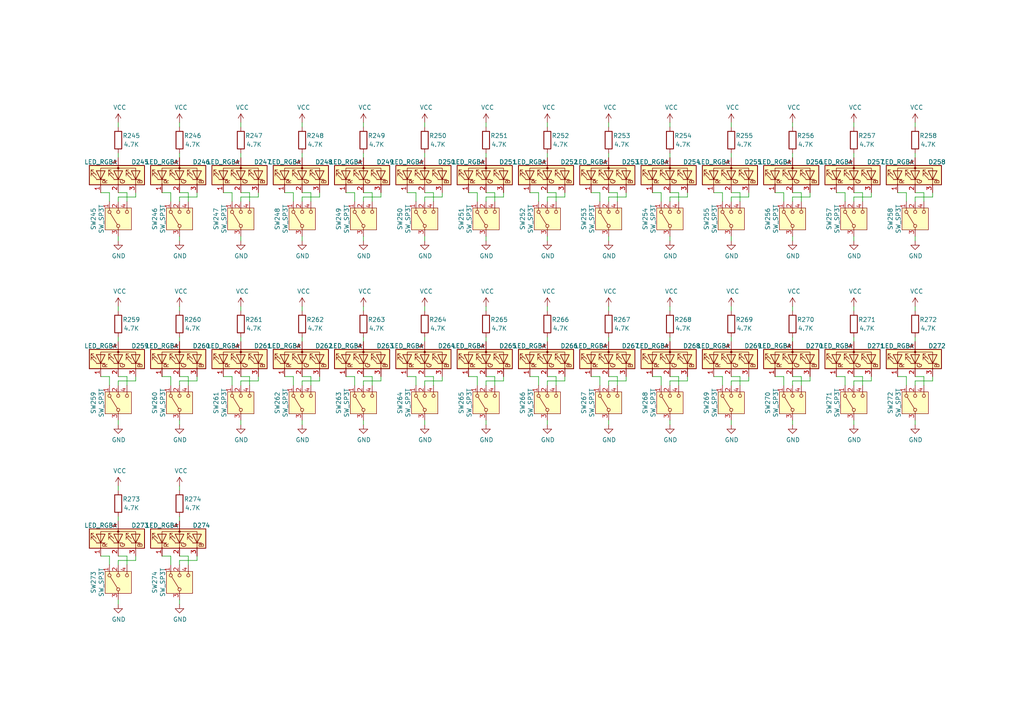
<source format=kicad_sch>
(kicad_sch (version 20231120) (generator "eeschema") (generator_version "8.0")
  (paper "A4")
  (lib_symbols
    (symbol "Device:R" (pin_numbers hide) (pin_names (offset 0))
      (property "Reference" "R" (at 2.032 0 90))
      (property "Value" "R" (at 0 0 90))
      (symbol "R_0_1"
        (rectangle (start -1.016 -2.54) (end 1.016 2.54) (stroke (width 0.254)))
      )
      (symbol "R_1_1"
        (pin passive line (at 0 3.81 270) (length 1.27) (name "~") (number "1"))
        (pin passive line (at 0 -3.81 90) (length 1.27) (name "~") (number "2"))
      )
    )
    (symbol "Switch:SW_SP3T" (pin_names (offset 0) hide)
      (property "Reference" "SW" (at 0 5.08 0))
      (property "Value" "SW_SP3T" (at 0 -5.08 0))
      (symbol "SW_SP3T_0_1"
        (circle (center -2.032 0) (radius 0.4572))
        (polyline (pts (xy -1.651 0.254) (xy 1.651 2.286)))
        (circle (center 2.032 -2.54) (radius 0.4572))
        (circle (center 2.032 0) (radius 0.4572))
        (circle (center 2.032 2.54) (radius 0.4572))
      )
      (symbol "SW_SP3T_1_1"
        (rectangle (start -3.175 3.81) (end 3.175 -3.81) (fill (type background)))
        (pin passive line (at 5.08 2.54 180) (length 2.54) (name "1") (number "1"))
        (pin passive line (at 5.08 0 180) (length 2.54) (name "2") (number "2"))
        (pin passive line (at -5.08 0 0) (length 2.54) (name "3") (number "3"))
        (pin passive line (at 5.08 -2.54 180) (length 2.54) (name "4") (number "4"))
      )
    )
    (symbol "led_rgba:LED_RGBA" (pin_names (offset 0) hide)
      (property "Reference" "D" (at 0 9.398 0))
      (property "Value" "LED_RGBA" (at 0 -8.89 0))
      (symbol "LED_RGBA_0_0"
        (text "B" (at -1.905 -6.35 0) (effects (font (size 1.27 1.27))))
        (text "G" (at -1.905 -1.27 0) (effects (font (size 1.27 1.27))))
        (text "R" (at -1.905 3.81 0) (effects (font (size 1.27 1.27))))
      )
      (symbol "LED_RGBA_0_1"
        (polyline (pts (xy -2.54 -5.08) (xy 1.27 -5.08)))
        (polyline (pts (xy -1.27 -3.81) (xy -1.27 -6.35)) (stroke (width 0.2032)))
        (polyline (pts (xy -1.27 1.27) (xy -1.27 -1.27)) (stroke (width 0.2032)))
        (polyline (pts (xy -1.27 6.35) (xy -1.27 3.81)) (stroke (width 0.2032)))
        (polyline (pts (xy 1.27 5.08) (xy -2.54 5.08)))
        (polyline (pts (xy 2.54 0) (xy -2.54 0)))
        (polyline (pts (xy 1.27 -5.08) (xy 2.032 -5.08) (xy 2.032 5.08) (xy 1.27 5.08)))
        (polyline (pts (xy 1.27 -3.81) (xy 1.27 -6.35) (xy -1.27 -5.08) (xy 1.27 -3.81)) (stroke (width 0.2032)))
        (polyline (pts (xy 1.27 1.27) (xy 1.27 -1.27) (xy -1.27 0) (xy 1.27 1.27)) (stroke (width 0.2032)))
        (polyline (pts (xy 1.27 6.35) (xy 1.27 3.81) (xy -1.27 5.08) (xy 1.27 6.35)) (stroke (width 0.2032)))
        (polyline (pts (xy -1.016 -3.81) (xy 0.508 -2.286) (xy -0.254 -2.286) (xy 0.508 -2.286) (xy 0.508 -3.048)))
        (polyline (pts (xy -1.016 1.27) (xy 0.508 2.794) (xy -0.254 2.794) (xy 0.508 2.794) (xy 0.508 2.032)))
        (polyline (pts (xy -1.016 6.35) (xy 0.508 7.874) (xy -0.254 7.874) (xy 0.508 7.874) (xy 0.508 7.112)))
        (polyline (pts (xy 0 -3.81) (xy 1.524 -2.286) (xy 0.762 -2.286) (xy 1.524 -2.286) (xy 1.524 -3.048)))
        (polyline (pts (xy 0 1.27) (xy 1.524 2.794) (xy 0.762 2.794) (xy 1.524 2.794) (xy 1.524 2.032)))
        (polyline (pts (xy 0 6.35) (xy 1.524 7.874) (xy 0.762 7.874) (xy 1.524 7.874) (xy 1.524 7.112)))
        (rectangle (start 1.27 6.35) (end 1.27 6.35))
        (circle (center 2.032 0) (radius 0.254) (fill (type outline)))
        (rectangle (start 2.794 8.382) (end -2.794 -7.62) (stroke (width 0.254)) (fill (type background)))
      )
      (symbol "LED_RGBA_1_1"
        (pin passive line (at -5.08 5.08 0) (length 2.54) (name "RK") (number "1"))
        (pin passive line (at -5.08 0 0) (length 2.54) (name "GK") (number "2"))
        (pin passive line (at -5.08 -5.08 0) (length 2.54) (name "BK") (number "3"))
        (pin passive line (at 5.08 0 180) (length 2.54) (name "A") (number "4"))
      )
    )
    (symbol "motivational board-rescue:GND-power" (power) (pin_names (offset 0))
      (property "Value" "power_GND" (at 0 -3.81 0))
      (symbol "GND-power_0_1"
        (polyline (pts (xy 0 0) (xy 0 -1.27) (xy 1.27 -1.27) (xy 0 -2.54) (xy -1.27 -1.27) (xy 0 -1.27)))
      )
      (symbol "GND-power_1_1"
        (pin power_in line (at 0 0 270) (length 0) hide (name "GND") (number "1"))
      )
    )
    (symbol "motivational board-rescue:VCC-power" (power) (pin_names (offset 0))
      (property "Value" "power_VCC" (at 0 3.81 0))
      (symbol "VCC-power_0_1"
        (polyline (pts (xy -0.762 1.27) (xy 0 2.54)))
        (polyline (pts (xy 0 0) (xy 0 2.54)))
        (polyline (pts (xy 0 2.54) (xy 0.762 1.27)))
      )
      (symbol "VCC-power_1_1"
        (pin power_in line (at 0 0 90) (length 0) hide (name "VCC") (number "1"))
      )
    )
  )
  (wire (pts (xy 110.49 110.49) (xy 110.49 109.22)))
  (wire (pts (xy 262.89 55.88) (xy 262.89 58.42)))
  (wire (pts (xy 181.61 110.49) (xy 181.61 109.22)))
  (wire (pts (xy 100.33 55.88) (xy 102.87 55.88)))
  (wire (pts (xy 34.29 45.72) (xy 34.29 44.45)))
  (wire (pts (xy 229.87 57.15) (xy 234.95 57.15)))
  (wire (pts (xy 270.51 110.49) (xy 270.51 109.22)))
  (wire (pts (xy 102.87 109.22) (xy 102.87 111.76)))
  (wire (pts (xy 46.99 109.22) (xy 49.53 109.22)))
  (wire (pts (xy 245.11 55.88) (xy 245.11 58.42)))
  (wire (pts (xy 260.35 109.22) (xy 262.89 109.22)))
  (wire (pts (xy 52.07 111.76) (xy 52.07 110.49)))
  (wire (pts (xy 242.57 55.88) (xy 245.11 55.88)))
  (wire (pts (xy 128.27 57.15) (xy 128.27 55.88)))
  (wire (pts (xy 123.19 45.72) (xy 123.19 44.45)))
  (wire (pts (xy 158.75 110.49) (xy 163.83 110.49)))
  (wire (pts (xy 82.55 109.22) (xy 85.09 109.22)))
  (wire (pts (xy 52.07 68.58) (xy 52.07 69.85)))
  (wire (pts (xy 153.67 55.88) (xy 156.21 55.88)))
  (wire (pts (xy 156.21 55.88) (xy 156.21 58.42)))
  (wire (pts (xy 36.83 111.76) (xy 36.83 109.22)))
  (wire (pts (xy 72.39 109.22) (xy 69.85 109.22)))
  (wire (pts (xy 34.29 121.92) (xy 34.29 123.19)))
  (wire (pts (xy 194.31 111.76) (xy 194.31 110.49)))
  (wire (pts (xy 49.53 109.22) (xy 49.53 111.76)))
  (wire (pts (xy 90.17 55.88) (xy 87.63 55.88)))
  (wire (pts (xy 85.09 109.22) (xy 85.09 111.76)))
  (wire (pts (xy 194.31 57.15) (xy 199.39 57.15)))
  (wire (pts (xy 69.85 121.92) (xy 69.85 123.19)))
  (wire (pts (xy 87.63 111.76) (xy 87.63 110.49)))
  (wire (pts (xy 34.29 88.9) (xy 34.29 90.17)))
  (wire (pts (xy 87.63 35.56) (xy 87.63 36.83)))
  (wire (pts (xy 52.07 162.56) (xy 57.15 162.56)))
  (wire (pts (xy 247.65 99.06) (xy 247.65 97.79)))
  (wire (pts (xy 36.83 163.83) (xy 36.83 161.29)))
  (wire (pts (xy 135.89 55.88) (xy 138.43 55.88)))
  (wire (pts (xy 57.15 57.15) (xy 57.15 55.88)))
  (wire (pts (xy 209.55 55.88) (xy 209.55 58.42)))
  (wire (pts (xy 90.17 109.22) (xy 87.63 109.22)))
  (wire (pts (xy 34.29 68.58) (xy 34.29 69.85)))
  (wire (pts (xy 176.53 88.9) (xy 176.53 90.17)))
  (wire (pts (xy 260.35 55.88) (xy 262.89 55.88)))
  (wire (pts (xy 67.31 55.88) (xy 67.31 58.42)))
  (wire (pts (xy 140.97 99.06) (xy 140.97 97.79)))
  (wire (pts (xy 52.07 45.72) (xy 52.07 44.45)))
  (wire (pts (xy 196.85 109.22) (xy 194.31 109.22)))
  (wire (pts (xy 105.41 110.49) (xy 110.49 110.49)))
  (wire (pts (xy 212.09 68.58) (xy 212.09 69.85)))
  (wire (pts (xy 247.65 35.56) (xy 247.65 36.83)))
  (wire (pts (xy 31.75 109.22) (xy 31.75 111.76)))
  (wire (pts (xy 176.53 57.15) (xy 181.61 57.15)))
  (wire (pts (xy 120.65 55.88) (xy 120.65 58.42)))
  (wire (pts (xy 209.55 109.22) (xy 209.55 111.76)))
  (wire (pts (xy 29.21 109.22) (xy 31.75 109.22)))
  (wire (pts (xy 90.17 58.42) (xy 90.17 55.88)))
  (wire (pts (xy 105.41 45.72) (xy 105.41 44.45)))
  (wire (pts (xy 173.99 55.88) (xy 173.99 58.42)))
  (wire (pts (xy 105.41 99.06) (xy 105.41 97.79)))
  (wire (pts (xy 52.07 58.42) (xy 52.07 57.15)))
  (wire (pts (xy 64.77 109.22) (xy 67.31 109.22)))
  (wire (pts (xy 64.77 55.88) (xy 67.31 55.88)))
  (wire (pts (xy 57.15 110.49) (xy 57.15 109.22)))
  (wire (pts (xy 194.31 99.06) (xy 194.31 97.79)))
  (wire (pts (xy 161.29 109.22) (xy 158.75 109.22)))
  (wire (pts (xy 72.39 55.88) (xy 69.85 55.88)))
  (wire (pts (xy 29.21 55.88) (xy 31.75 55.88)))
  (wire (pts (xy 87.63 121.92) (xy 87.63 123.19)))
  (wire (pts (xy 212.09 58.42) (xy 212.09 57.15)))
  (wire (pts (xy 247.65 45.72) (xy 247.65 44.45)))
  (wire (pts (xy 143.51 109.22) (xy 140.97 109.22)))
  (wire (pts (xy 125.73 55.88) (xy 123.19 55.88)))
  (wire (pts (xy 69.85 111.76) (xy 69.85 110.49)))
  (wire (pts (xy 105.41 111.76) (xy 105.41 110.49)))
  (wire (pts (xy 176.53 35.56) (xy 176.53 36.83)))
  (wire (pts (xy 34.29 151.13) (xy 34.29 149.86)))
  (wire (pts (xy 105.41 88.9) (xy 105.41 90.17)))
  (wire (pts (xy 123.19 121.92) (xy 123.19 123.19)))
  (wire (pts (xy 262.89 109.22) (xy 262.89 111.76)))
  (wire (pts (xy 224.79 55.88) (xy 227.33 55.88)))
  (wire (pts (xy 143.51 111.76) (xy 143.51 109.22)))
  (wire (pts (xy 227.33 109.22) (xy 227.33 111.76)))
  (wire (pts (xy 194.31 68.58) (xy 194.31 69.85)))
  (wire (pts (xy 123.19 35.56) (xy 123.19 36.83)))
  (wire (pts (xy 265.43 45.72) (xy 265.43 44.45)))
  (wire (pts (xy 52.07 110.49) (xy 57.15 110.49)))
  (wire (pts (xy 54.61 55.88) (xy 52.07 55.88)))
  (wire (pts (xy 46.99 55.88) (xy 49.53 55.88)))
  (wire (pts (xy 34.29 173.99) (xy 34.29 175.26)))
  (wire (pts (xy 265.43 110.49) (xy 270.51 110.49)))
  (wire (pts (xy 214.63 111.76) (xy 214.63 109.22)))
  (wire (pts (xy 123.19 111.76) (xy 123.19 110.49)))
  (wire (pts (xy 189.23 55.88) (xy 191.77 55.88)))
  (wire (pts (xy 247.65 58.42) (xy 247.65 57.15)))
  (wire (pts (xy 176.53 45.72) (xy 176.53 44.45)))
  (wire (pts (xy 179.07 58.42) (xy 179.07 55.88)))
  (wire (pts (xy 229.87 35.56) (xy 229.87 36.83)))
  (wire (pts (xy 163.83 57.15) (xy 163.83 55.88)))
  (wire (pts (xy 54.61 163.83) (xy 54.61 161.29)))
  (wire (pts (xy 212.09 121.92) (xy 212.09 123.19)))
  (wire (pts (xy 194.31 88.9) (xy 194.31 90.17)))
  (wire (pts (xy 229.87 68.58) (xy 229.87 69.85)))
  (wire (pts (xy 176.53 99.06) (xy 176.53 97.79)))
  (wire (pts (xy 232.41 58.42) (xy 232.41 55.88)))
  (wire (pts (xy 158.75 35.56) (xy 158.75 36.83)))
  (wire (pts (xy 250.19 55.88) (xy 247.65 55.88)))
  (wire (pts (xy 196.85 58.42) (xy 196.85 55.88)))
  (wire (pts (xy 107.95 109.22) (xy 105.41 109.22)))
  (wire (pts (xy 110.49 57.15) (xy 110.49 55.88)))
  (wire (pts (xy 140.97 68.58) (xy 140.97 69.85)))
  (wire (pts (xy 179.07 109.22) (xy 176.53 109.22)))
  (wire (pts (xy 128.27 110.49) (xy 128.27 109.22)))
  (wire (pts (xy 265.43 57.15) (xy 270.51 57.15)))
  (wire (pts (xy 212.09 45.72) (xy 212.09 44.45)))
  (wire (pts (xy 49.53 55.88) (xy 49.53 58.42)))
  (wire (pts (xy 229.87 58.42) (xy 229.87 57.15)))
  (wire (pts (xy 82.55 55.88) (xy 85.09 55.88)))
  (wire (pts (xy 138.43 109.22) (xy 138.43 111.76)))
  (wire (pts (xy 92.71 57.15) (xy 92.71 55.88)))
  (wire (pts (xy 146.05 110.49) (xy 146.05 109.22)))
  (wire (pts (xy 250.19 109.22) (xy 247.65 109.22)))
  (wire (pts (xy 52.07 121.92) (xy 52.07 123.19)))
  (wire (pts (xy 107.95 55.88) (xy 105.41 55.88)))
  (wire (pts (xy 140.97 45.72) (xy 140.97 44.45)))
  (wire (pts (xy 118.11 55.88) (xy 120.65 55.88)))
  (wire (pts (xy 49.53 161.29) (xy 49.53 163.83)))
  (wire (pts (xy 245.11 109.22) (xy 245.11 111.76)))
  (wire (pts (xy 179.07 55.88) (xy 176.53 55.88)))
  (wire (pts (xy 247.65 121.92) (xy 247.65 123.19)))
  (wire (pts (xy 125.73 109.22) (xy 123.19 109.22)))
  (wire (pts (xy 252.73 110.49) (xy 252.73 109.22)))
  (wire (pts (xy 102.87 55.88) (xy 102.87 58.42)))
  (wire (pts (xy 212.09 110.49) (xy 217.17 110.49)))
  (wire (pts (xy 31.75 55.88) (xy 31.75 58.42)))
  (wire (pts (xy 212.09 88.9) (xy 212.09 90.17)))
  (wire (pts (xy 229.87 110.49) (xy 234.95 110.49)))
  (wire (pts (xy 161.29 111.76) (xy 161.29 109.22)))
  (wire (pts (xy 176.53 110.49) (xy 181.61 110.49)))
  (wire (pts (xy 29.21 161.29) (xy 31.75 161.29)))
  (wire (pts (xy 176.53 58.42) (xy 176.53 57.15)))
  (wire (pts (xy 265.43 68.58) (xy 265.43 69.85)))
  (wire (pts (xy 214.63 58.42) (xy 214.63 55.88)))
  (wire (pts (xy 87.63 99.06) (xy 87.63 97.79)))
  (wire (pts (xy 143.51 55.88) (xy 140.97 55.88)))
  (wire (pts (xy 120.65 109.22) (xy 120.65 111.76)))
  (wire (pts (xy 69.85 99.06) (xy 69.85 97.79)))
  (wire (pts (xy 123.19 88.9) (xy 123.19 90.17)))
  (wire (pts (xy 214.63 109.22) (xy 212.09 109.22)))
  (wire (pts (xy 158.75 88.9) (xy 158.75 90.17)))
  (wire (pts (xy 199.39 57.15) (xy 199.39 55.88)))
  (wire (pts (xy 140.97 58.42) (xy 140.97 57.15)))
  (wire (pts (xy 229.87 111.76) (xy 229.87 110.49)))
  (wire (pts (xy 267.97 111.76) (xy 267.97 109.22)))
  (wire (pts (xy 52.07 163.83) (xy 52.07 162.56)))
  (wire (pts (xy 52.07 151.13) (xy 52.07 149.86)))
  (wire (pts (xy 87.63 88.9) (xy 87.63 90.17)))
  (wire (pts (xy 199.39 110.49) (xy 199.39 109.22)))
  (wire (pts (xy 161.29 58.42) (xy 161.29 55.88)))
  (wire (pts (xy 54.61 58.42) (xy 54.61 55.88)))
  (wire (pts (xy 34.29 35.56) (xy 34.29 36.83)))
  (wire (pts (xy 36.83 55.88) (xy 34.29 55.88)))
  (wire (pts (xy 242.57 109.22) (xy 245.11 109.22)))
  (wire (pts (xy 87.63 58.42) (xy 87.63 57.15)))
  (wire (pts (xy 217.17 110.49) (xy 217.17 109.22)))
  (wire (pts (xy 123.19 57.15) (xy 128.27 57.15)))
  (wire (pts (xy 158.75 121.92) (xy 158.75 123.19)))
  (wire (pts (xy 105.41 121.92) (xy 105.41 123.19)))
  (wire (pts (xy 87.63 45.72) (xy 87.63 44.45)))
  (wire (pts (xy 247.65 88.9) (xy 247.65 90.17)))
  (wire (pts (xy 229.87 99.06) (xy 229.87 97.79)))
  (wire (pts (xy 54.61 109.22) (xy 52.07 109.22)))
  (wire (pts (xy 265.43 58.42) (xy 265.43 57.15)))
  (wire (pts (xy 232.41 111.76) (xy 232.41 109.22)))
  (wire (pts (xy 229.87 121.92) (xy 229.87 123.19)))
  (wire (pts (xy 118.11 109.22) (xy 120.65 109.22)))
  (wire (pts (xy 140.97 35.56) (xy 140.97 36.83)))
  (wire (pts (xy 36.83 109.22) (xy 34.29 109.22)))
  (wire (pts (xy 212.09 57.15) (xy 217.17 57.15)))
  (wire (pts (xy 69.85 35.56) (xy 69.85 36.83)))
  (wire (pts (xy 189.23 109.22) (xy 191.77 109.22)))
  (wire (pts (xy 105.41 68.58) (xy 105.41 69.85)))
  (wire (pts (xy 158.75 58.42) (xy 158.75 57.15)))
  (wire (pts (xy 265.43 35.56) (xy 265.43 36.83)))
  (wire (pts (xy 234.95 110.49) (xy 234.95 109.22)))
  (wire (pts (xy 31.75 161.29) (xy 31.75 163.83)))
  (wire (pts (xy 69.85 45.72) (xy 69.85 44.45)))
  (wire (pts (xy 69.85 68.58) (xy 69.85 69.85)))
  (wire (pts (xy 158.75 68.58) (xy 158.75 69.85)))
  (wire (pts (xy 69.85 88.9) (xy 69.85 90.17)))
  (wire (pts (xy 105.41 35.56) (xy 105.41 36.83)))
  (wire (pts (xy 140.97 110.49) (xy 146.05 110.49)))
  (wire (pts (xy 107.95 111.76) (xy 107.95 109.22)))
  (wire (pts (xy 267.97 55.88) (xy 265.43 55.88)))
  (wire (pts (xy 57.15 162.56) (xy 57.15 161.29)))
  (wire (pts (xy 171.45 55.88) (xy 173.99 55.88)))
  (wire (pts (xy 196.85 111.76) (xy 196.85 109.22)))
  (wire (pts (xy 140.97 121.92) (xy 140.97 123.19)))
  (wire (pts (xy 34.29 111.76) (xy 34.29 110.49)))
  (wire (pts (xy 125.73 111.76) (xy 125.73 109.22)))
  (wire (pts (xy 232.41 109.22) (xy 229.87 109.22)))
  (wire (pts (xy 146.05 57.15) (xy 146.05 55.88)))
  (wire (pts (xy 72.39 58.42) (xy 72.39 55.88)))
  (wire (pts (xy 123.19 99.06) (xy 123.19 97.79)))
  (wire (pts (xy 232.41 55.88) (xy 229.87 55.88)))
  (wire (pts (xy 34.29 162.56) (xy 39.37 162.56)))
  (wire (pts (xy 123.19 110.49) (xy 128.27 110.49)))
  (wire (pts (xy 207.01 55.88) (xy 209.55 55.88)))
  (wire (pts (xy 247.65 110.49) (xy 252.73 110.49)))
  (wire (pts (xy 191.77 109.22) (xy 191.77 111.76)))
  (wire (pts (xy 191.77 55.88) (xy 191.77 58.42)))
  (wire (pts (xy 229.87 88.9) (xy 229.87 90.17)))
  (wire (pts (xy 265.43 121.92) (xy 265.43 123.19)))
  (wire (pts (xy 247.65 111.76) (xy 247.65 110.49)))
  (wire (pts (xy 265.43 99.06) (xy 265.43 97.79)))
  (wire (pts (xy 87.63 68.58) (xy 87.63 69.85)))
  (wire (pts (xy 176.53 121.92) (xy 176.53 123.19)))
  (wire (pts (xy 158.75 57.15) (xy 163.83 57.15)))
  (wire (pts (xy 52.07 173.99) (xy 52.07 175.26)))
  (wire (pts (xy 156.21 109.22) (xy 156.21 111.76)))
  (wire (pts (xy 74.93 57.15) (xy 74.93 55.88)))
  (wire (pts (xy 176.53 111.76) (xy 176.53 110.49)))
  (wire (pts (xy 39.37 110.49) (xy 39.37 109.22)))
  (wire (pts (xy 54.61 161.29) (xy 52.07 161.29)))
  (wire (pts (xy 163.83 110.49) (xy 163.83 109.22)))
  (wire (pts (xy 173.99 109.22) (xy 173.99 111.76)))
  (wire (pts (xy 179.07 111.76) (xy 179.07 109.22)))
  (wire (pts (xy 270.51 57.15) (xy 270.51 55.88)))
  (wire (pts (xy 39.37 162.56) (xy 39.37 161.29)))
  (wire (pts (xy 69.85 58.42) (xy 69.85 57.15)))
  (wire (pts (xy 123.19 58.42) (xy 123.19 57.15)))
  (wire (pts (xy 267.97 109.22) (xy 265.43 109.22)))
  (wire (pts (xy 171.45 109.22) (xy 173.99 109.22)))
  (wire (pts (xy 52.07 35.56) (xy 52.07 36.83)))
  (wire (pts (xy 140.97 111.76) (xy 140.97 110.49)))
  (wire (pts (xy 36.83 58.42) (xy 36.83 55.88)))
  (wire (pts (xy 52.07 88.9) (xy 52.07 90.17)))
  (wire (pts (xy 72.39 111.76) (xy 72.39 109.22)))
  (wire (pts (xy 158.75 111.76) (xy 158.75 110.49)))
  (wire (pts (xy 267.97 58.42) (xy 267.97 55.88)))
  (wire (pts (xy 85.09 55.88) (xy 85.09 58.42)))
  (wire (pts (xy 194.31 45.72) (xy 194.31 44.45)))
  (wire (pts (xy 194.31 110.49) (xy 199.39 110.49)))
  (wire (pts (xy 105.41 57.15) (xy 110.49 57.15)))
  (wire (pts (xy 158.75 45.72) (xy 158.75 44.45)))
  (wire (pts (xy 212.09 99.06) (xy 212.09 97.79)))
  (wire (pts (xy 87.63 57.15) (xy 92.71 57.15)))
  (wire (pts (xy 34.29 163.83) (xy 34.29 162.56)))
  (wire (pts (xy 34.29 58.42) (xy 34.29 57.15)))
  (wire (pts (xy 196.85 55.88) (xy 194.31 55.88)))
  (wire (pts (xy 34.29 140.97) (xy 34.29 142.24)))
  (wire (pts (xy 217.17 57.15) (xy 217.17 55.88)))
  (wire (pts (xy 227.33 55.88) (xy 227.33 58.42)))
  (wire (pts (xy 250.19 58.42) (xy 250.19 55.88)))
  (wire (pts (xy 143.51 58.42) (xy 143.51 55.88)))
  (wire (pts (xy 69.85 57.15) (xy 74.93 57.15)))
  (wire (pts (xy 52.07 140.97) (xy 52.07 142.24)))
  (wire (pts (xy 69.85 110.49) (xy 74.93 110.49)))
  (wire (pts (xy 34.29 110.49) (xy 39.37 110.49)))
  (wire (pts (xy 214.63 55.88) (xy 212.09 55.88)))
  (wire (pts (xy 36.83 161.29) (xy 34.29 161.29)))
  (wire (pts (xy 224.79 109.22) (xy 227.33 109.22)))
  (wire (pts (xy 252.73 57.15) (xy 252.73 55.88)))
  (wire (pts (xy 161.29 55.88) (xy 158.75 55.88)))
  (wire (pts (xy 194.31 58.42) (xy 194.31 57.15)))
  (wire (pts (xy 176.53 68.58) (xy 176.53 69.85)))
  (wire (pts (xy 123.19 68.58) (xy 123.19 69.85)))
  (wire (pts (xy 140.97 88.9) (xy 140.97 90.17)))
  (wire (pts (xy 54.61 111.76) (xy 54.61 109.22)))
  (wire (pts (xy 207.01 109.22) (xy 209.55 109.22)))
  (wire (pts (xy 247.65 57.15) (xy 252.73 57.15)))
  (wire (pts (xy 52.07 57.15) (xy 57.15 57.15)))
  (wire (pts (xy 234.95 57.15) (xy 234.95 55.88)))
  (wire (pts (xy 181.61 57.15) (xy 181.61 55.88)))
  (wire (pts (xy 153.67 109.22) (xy 156.21 109.22)))
  (wire (pts (xy 92.71 110.49) (xy 92.71 109.22)))
  (wire (pts (xy 135.89 109.22) (xy 138.43 109.22)))
  (wire (pts (xy 90.17 111.76) (xy 90.17 109.22)))
  (wire (pts (xy 34.29 99.06) (xy 34.29 97.79)))
  (wire (pts (xy 67.31 109.22) (xy 67.31 111.76)))
  (wire (pts (xy 125.73 58.42) (xy 125.73 55.88)))
  (wire (pts (xy 74.93 110.49) (xy 74.93 109.22)))
  (wire (pts (xy 247.65 68.58) (xy 247.65 69.85)))
  (wire (pts (xy 107.95 58.42) (xy 107.95 55.88)))
  (wire (pts (xy 212.09 35.56) (xy 212.09 36.83)))
  (wire (pts (xy 39.37 57.15) (xy 39.37 55.88)))
  (wire (pts (xy 250.19 111.76) (xy 250.19 109.22)))
  (wire (pts (xy 87.63 110.49) (xy 92.71 110.49)))
  (wire (pts (xy 46.99 161.29) (xy 49.53 161.29)))
  (wire (pts (xy 194.31 121.92) (xy 194.31 123.19)))
  (wire (pts (xy 140.97 57.15) (xy 146.05 57.15)))
  (wire (pts (xy 100.33 109.22) (xy 102.87 109.22)))
  (wire (pts (xy 194.31 35.56) (xy 194.31 36.83)))
  (wire (pts (xy 212.09 111.76) (xy 212.09 110.49)))
  (wire (pts (xy 158.75 99.06) (xy 158.75 97.79)))
  (wire (pts (xy 34.29 57.15) (xy 39.37 57.15)))
  (wire (pts (xy 52.07 99.06) (xy 52.07 97.79)))
  (wire (pts (xy 138.43 55.88) (xy 138.43 58.42)))
  (wire (pts (xy 229.87 45.72) (xy 229.87 44.45)))
  (wire (pts (xy 265.43 111.76) (xy 265.43 110.49)))
  (wire (pts (xy 265.43 88.9) (xy 265.43 90.17)))
  (wire (pts (xy 105.41 58.42) (xy 105.41 57.15)))
  (symbol (lib_id "motivational board-rescue:GND-power") (at 34.29 69.85 0) (unit 1)
    (property "Reference" "#PWR0505" (effects (hide yes)))
    (property "Value" "GND" (at 34.417 74.2442 0))
  )
  (symbol (lib_id "motivational board-rescue:VCC-power") (at 52.07 35.56 0) (unit 1)
    (property "Reference" "#PWR0492" (effects (hide yes)))
    (property "Value" "VCC" (at 52.5018 31.1658 0))
  )
  (symbol (lib_id "led_rgba:LED_RGBA") (at 87.63 50.8 90) (unit 1)
    (property "Reference" "D248" (at 93.98 46.99 90))
    (property "Value" "LED_RGBA" (at 82.55 46.99 90))
    (property "Footprint" "LED_SMD-extra:LED_RGB_3528" (effects (hide yes)))
  )
  (symbol (lib_id "motivational board-rescue:GND-power") (at 140.97 69.85 0) (unit 1)
    (property "Reference" "#PWR0511" (effects (hide yes)))
    (property "Value" "GND" (at 141.097 74.2442 0))
  )
  (symbol (lib_id "Switch:SW_SP3T") (at 176.53 63.5 90) (unit 1)
    (property "Reference" "SW253" (at 169.3418 63.5 0))
    (property "Value" "SW_SP3T" (at 171.6532 63.5 0))
    (property "Footprint" "Button_Switch_THT-extra:SS13D07G4" (effects (hide yes)))
  )
  (symbol (lib_id "Device:R") (at 212.09 40.64 0) (unit 1)
    (property "Reference" "R255" (at 215.9 39.37 0))
    (property "Value" "4.7K" (at 215.9 41.91 0))
    (property "Footprint" "Resistors_SMD:R_0805_HandSoldering" (effects (hide yes)))
  )
  (symbol (lib_id "motivational board-rescue:GND-power") (at 229.87 69.85 0) (unit 1)
    (property "Reference" "#PWR0516" (effects (hide yes)))
    (property "Value" "GND" (at 229.997 74.2442 0))
  )
  (symbol (lib_id "Device:R") (at 52.07 93.98 0) (unit 1)
    (property "Reference" "R260" (at 55.88 92.71 0))
    (property "Value" "4.7K" (at 55.88 95.25 0))
    (property "Footprint" "Resistors_SMD:R_0805_HandSoldering" (effects (hide yes)))
  )
  (symbol (lib_id "motivational board-rescue:VCC-power") (at 105.41 88.9 0) (unit 1)
    (property "Reference" "#PWR0523" (effects (hide yes)))
    (property "Value" "VCC" (at 105.8418 84.5058 0))
  )
  (symbol (lib_id "Switch:SW_SP3T") (at 123.19 116.84 90) (unit 1)
    (property "Reference" "SW264" (at 116.0018 116.84 0))
    (property "Value" "SW_SP3T" (at 118.3132 116.84 0))
    (property "Footprint" "Button_Switch_THT-extra:SS13D07G4" (effects (hide yes)))
  )
  (symbol (lib_id "led_rgba:LED_RGBA") (at 194.31 104.14 90) (unit 1)
    (property "Reference" "D268" (at 200.66 100.33 90))
    (property "Value" "LED_RGBA" (at 189.23 100.33 90))
    (property "Footprint" "LED_SMD-extra:LED_RGB_3528" (effects (hide yes)))
  )
  (symbol (lib_id "Device:R") (at 194.31 93.98 0) (unit 1)
    (property "Reference" "R268" (at 198.12 92.71 0))
    (property "Value" "4.7K" (at 198.12 95.25 0))
    (property "Footprint" "Resistors_SMD:R_0805_HandSoldering" (effects (hide yes)))
  )
  (symbol (lib_id "Switch:SW_SP3T") (at 52.07 168.91 90) (unit 1)
    (property "Reference" "SW274" (at 44.8818 168.91 0))
    (property "Value" "SW_SP3T" (at 47.1932 168.91 0))
    (property "Footprint" "Button_Switch_THT-extra:SS13D07G4" (effects (hide yes)))
  )
  (symbol (lib_id "Switch:SW_SP3T") (at 34.29 63.5 90) (unit 1)
    (property "Reference" "SW245" (at 27.1018 63.5 0))
    (property "Value" "SW_SP3T" (at 29.4132 63.5 0))
    (property "Footprint" "Button_Switch_THT-extra:SS13D07G4" (effects (hide yes)))
  )
  (symbol (lib_id "led_rgba:LED_RGBA") (at 34.29 50.8 90) (unit 1)
    (property "Reference" "D245" (at 40.64 46.99 90))
    (property "Value" "LED_RGBA" (at 29.21 46.99 90))
    (property "Footprint" "LED_SMD-extra:LED_RGB_3528" (effects (hide yes)))
  )
  (symbol (lib_id "Device:R") (at 34.29 40.64 0) (unit 1)
    (property "Reference" "R245" (at 38.1 39.37 0))
    (property "Value" "4.7K" (at 38.1 41.91 0))
    (property "Footprint" "Resistors_SMD:R_0805_HandSoldering" (effects (hide yes)))
  )
  (symbol (lib_id "motivational board-rescue:VCC-power") (at 34.29 35.56 0) (unit 1)
    (property "Reference" "#PWR0491" (effects (hide yes)))
    (property "Value" "VCC" (at 34.7218 31.1658 0))
  )
  (symbol (lib_id "Switch:SW_SP3T") (at 52.07 63.5 90) (unit 1)
    (property "Reference" "SW246" (at 44.8818 63.5 0))
    (property "Value" "SW_SP3T" (at 47.1932 63.5 0))
    (property "Footprint" "Button_Switch_THT-extra:SS13D07G4" (effects (hide yes)))
  )
  (symbol (lib_id "led_rgba:LED_RGBA") (at 52.07 50.8 90) (unit 1)
    (property "Reference" "D246" (at 58.42 46.99 90))
    (property "Value" "LED_RGBA" (at 46.99 46.99 90))
    (property "Footprint" "LED_SMD-extra:LED_RGB_3528" (effects (hide yes)))
  )
  (symbol (lib_id "Device:R") (at 52.07 40.64 0) (unit 1)
    (property "Reference" "R246" (at 55.88 39.37 0))
    (property "Value" "4.7K" (at 55.88 41.91 0))
    (property "Footprint" "Resistors_SMD:R_0805_HandSoldering" (effects (hide yes)))
  )
  (symbol (lib_id "motivational board-rescue:GND-power") (at 52.07 69.85 0) (unit 1)
    (property "Reference" "#PWR0506" (effects (hide yes)))
    (property "Value" "GND" (at 52.197 74.2442 0))
  )
  (symbol (lib_id "Switch:SW_SP3T") (at 69.85 63.5 90) (unit 1)
    (property "Reference" "SW247" (at 62.6618 63.5 0))
    (property "Value" "SW_SP3T" (at 64.9732 63.5 0))
    (property "Footprint" "Button_Switch_THT-extra:SS13D07G4" (effects (hide yes)))
  )
  (symbol (lib_id "led_rgba:LED_RGBA") (at 69.85 50.8 90) (unit 1)
    (property "Reference" "D247" (at 76.2 46.99 90))
    (property "Value" "LED_RGBA" (at 64.77 46.99 90))
    (property "Footprint" "LED_SMD-extra:LED_RGB_3528" (effects (hide yes)))
  )
  (symbol (lib_id "Device:R") (at 69.85 40.64 0) (unit 1)
    (property "Reference" "R247" (at 73.66 39.37 0))
    (property "Value" "4.7K" (at 73.66 41.91 0))
    (property "Footprint" "Resistors_SMD:R_0805_HandSoldering" (effects (hide yes)))
  )
  (symbol (lib_id "motivational board-rescue:VCC-power") (at 69.85 35.56 0) (unit 1)
    (property "Reference" "#PWR0493" (effects (hide yes)))
    (property "Value" "VCC" (at 70.2818 31.1658 0))
  )
  (symbol (lib_id "motivational board-rescue:GND-power") (at 69.85 69.85 0) (unit 1)
    (property "Reference" "#PWR0507" (effects (hide yes)))
    (property "Value" "GND" (at 69.977 74.2442 0))
  )
  (symbol (lib_id "Switch:SW_SP3T") (at 87.63 63.5 90) (unit 1)
    (property "Reference" "SW248" (at 80.4418 63.5 0))
    (property "Value" "SW_SP3T" (at 82.7532 63.5 0))
    (property "Footprint" "Button_Switch_THT-extra:SS13D07G4" (effects (hide yes)))
  )
  (symbol (lib_id "Device:R") (at 87.63 40.64 0) (unit 1)
    (property "Reference" "R248" (at 91.44 39.37 0))
    (property "Value" "4.7K" (at 91.44 41.91 0))
    (property "Footprint" "Resistors_SMD:R_0805_HandSoldering" (effects (hide yes)))
  )
  (symbol (lib_id "motivational board-rescue:VCC-power") (at 87.63 35.56 0) (unit 1)
    (property "Reference" "#PWR0494" (effects (hide yes)))
    (property "Value" "VCC" (at 88.0618 31.1658 0))
  )
  (symbol (lib_id "motivational board-rescue:GND-power") (at 87.63 69.85 0) (unit 1)
    (property "Reference" "#PWR0508" (effects (hide yes)))
    (property "Value" "GND" (at 87.757 74.2442 0))
  )
  (symbol (lib_id "Switch:SW_SP3T") (at 105.41 63.5 90) (unit 1)
    (property "Reference" "SW249" (at 98.2218 63.5 0))
    (property "Value" "SW_SP3T" (at 100.5332 63.5 0))
    (property "Footprint" "Button_Switch_THT-extra:SS13D07G4" (effects (hide yes)))
  )
  (symbol (lib_id "led_rgba:LED_RGBA") (at 105.41 50.8 90) (unit 1)
    (property "Reference" "D249" (at 111.76 46.99 90))
    (property "Value" "LED_RGBA" (at 100.33 46.99 90))
    (property "Footprint" "LED_SMD-extra:LED_RGB_3528" (effects (hide yes)))
  )
  (symbol (lib_id "Device:R") (at 105.41 40.64 0) (unit 1)
    (property "Reference" "R249" (at 109.22 39.37 0))
    (property "Value" "4.7K" (at 109.22 41.91 0))
    (property "Footprint" "Resistors_SMD:R_0805_HandSoldering" (effects (hide yes)))
  )
  (symbol (lib_id "motivational board-rescue:VCC-power") (at 105.41 35.56 0) (unit 1)
    (property "Reference" "#PWR0495" (effects (hide yes)))
    (property "Value" "VCC" (at 105.8418 31.1658 0))
  )
  (symbol (lib_id "motivational board-rescue:GND-power") (at 105.41 69.85 0) (unit 1)
    (property "Reference" "#PWR0509" (effects (hide yes)))
    (property "Value" "GND" (at 105.537 74.2442 0))
  )
  (symbol (lib_id "Switch:SW_SP3T") (at 123.19 63.5 90) (unit 1)
    (property "Reference" "SW250" (at 116.0018 63.5 0))
    (property "Value" "SW_SP3T" (at 118.3132 63.5 0))
    (property "Footprint" "Button_Switch_THT-extra:SS13D07G4" (effects (hide yes)))
  )
  (symbol (lib_id "led_rgba:LED_RGBA") (at 123.19 50.8 90) (unit 1)
    (property "Reference" "D250" (at 129.54 46.99 90))
    (property "Value" "LED_RGBA" (at 118.11 46.99 90))
    (property "Footprint" "LED_SMD-extra:LED_RGB_3528" (effects (hide yes)))
  )
  (symbol (lib_id "Device:R") (at 123.19 40.64 0) (unit 1)
    (property "Reference" "R250" (at 127 39.37 0))
    (property "Value" "4.7K" (at 127 41.91 0))
    (property "Footprint" "Resistors_SMD:R_0805_HandSoldering" (effects (hide yes)))
  )
  (symbol (lib_id "motivational board-rescue:VCC-power") (at 123.19 35.56 0) (unit 1)
    (property "Reference" "#PWR0496" (effects (hide yes)))
    (property "Value" "VCC" (at 123.6218 31.1658 0))
  )
  (symbol (lib_id "motivational board-rescue:GND-power") (at 123.19 69.85 0) (unit 1)
    (property "Reference" "#PWR0510" (effects (hide yes)))
    (property "Value" "GND" (at 123.317 74.2442 0))
  )
  (symbol (lib_id "Switch:SW_SP3T") (at 140.97 63.5 90) (unit 1)
    (property "Reference" "SW251" (at 133.7818 63.5 0))
    (property "Value" "SW_SP3T" (at 136.0932 63.5 0))
    (property "Footprint" "Button_Switch_THT-extra:SS13D07G4" (effects (hide yes)))
  )
  (symbol (lib_id "led_rgba:LED_RGBA") (at 140.97 50.8 90) (unit 1)
    (property "Reference" "D251" (at 147.32 46.99 90))
    (property "Value" "LED_RGBA" (at 135.89 46.99 90))
    (property "Footprint" "LED_SMD-extra:LED_RGB_3528" (effects (hide yes)))
  )
  (symbol (lib_id "Device:R") (at 140.97 40.64 0) (unit 1)
    (property "Reference" "R251" (at 144.78 39.37 0))
    (property "Value" "4.7K" (at 144.78 41.91 0))
    (property "Footprint" "Resistors_SMD:R_0805_HandSoldering" (effects (hide yes)))
  )
  (symbol (lib_id "motivational board-rescue:VCC-power") (at 140.97 35.56 0) (unit 1)
    (property "Reference" "#PWR0497" (effects (hide yes)))
    (property "Value" "VCC" (at 141.4018 31.1658 0))
  )
  (symbol (lib_id "Switch:SW_SP3T") (at 158.75 63.5 90) (unit 1)
    (property "Reference" "SW252" (at 151.5618 63.5 0))
    (property "Value" "SW_SP3T" (at 153.8732 63.5 0))
    (property "Footprint" "Button_Switch_THT-extra:SS13D07G4" (effects (hide yes)))
  )
  (symbol (lib_id "led_rgba:LED_RGBA") (at 158.75 50.8 90) (unit 1)
    (property "Reference" "D252" (at 165.1 46.99 90))
    (property "Value" "LED_RGBA" (at 153.67 46.99 90))
    (property "Footprint" "LED_SMD-extra:LED_RGB_3528" (effects (hide yes)))
  )
  (symbol (lib_id "Device:R") (at 158.75 40.64 0) (unit 1)
    (property "Reference" "R252" (at 162.56 39.37 0))
    (property "Value" "4.7K" (at 162.56 41.91 0))
    (property "Footprint" "Resistors_SMD:R_0805_HandSoldering" (effects (hide yes)))
  )
  (symbol (lib_id "motivational board-rescue:VCC-power") (at 158.75 35.56 0) (unit 1)
    (property "Reference" "#PWR0498" (effects (hide yes)))
    (property "Value" "VCC" (at 159.1818 31.1658 0))
  )
  (symbol (lib_id "motivational board-rescue:GND-power") (at 158.75 69.85 0) (unit 1)
    (property "Reference" "#PWR0512" (effects (hide yes)))
    (property "Value" "GND" (at 158.877 74.2442 0))
  )
  (symbol (lib_id "led_rgba:LED_RGBA") (at 176.53 50.8 90) (unit 1)
    (property "Reference" "D253" (at 182.88 46.99 90))
    (property "Value" "LED_RGBA" (at 171.45 46.99 90))
    (property "Footprint" "LED_SMD-extra:LED_RGB_3528" (effects (hide yes)))
  )
  (symbol (lib_id "Device:R") (at 176.53 40.64 0) (unit 1)
    (property "Reference" "R253" (at 180.34 39.37 0))
    (property "Value" "4.7K" (at 180.34 41.91 0))
    (property "Footprint" "Resistors_SMD:R_0805_HandSoldering" (effects (hide yes)))
  )
  (symbol (lib_id "motivational board-rescue:VCC-power") (at 176.53 35.56 0) (unit 1)
    (property "Reference" "#PWR0499" (effects (hide yes)))
    (property "Value" "VCC" (at 176.9618 31.1658 0))
  )
  (symbol (lib_id "motivational board-rescue:GND-power") (at 176.53 69.85 0) (unit 1)
    (property "Reference" "#PWR0513" (effects (hide yes)))
    (property "Value" "GND" (at 176.657 74.2442 0))
  )
  (symbol (lib_id "Switch:SW_SP3T") (at 194.31 63.5 90) (unit 1)
    (property "Reference" "SW254" (at 187.1218 63.5 0))
    (property "Value" "SW_SP3T" (at 189.4332 63.5 0))
    (property "Footprint" "Button_Switch_THT-extra:SS13D07G4" (effects (hide yes)))
  )
  (symbol (lib_id "led_rgba:LED_RGBA") (at 194.31 50.8 90) (unit 1)
    (property "Reference" "D254" (at 200.66 46.99 90))
    (property "Value" "LED_RGBA" (at 189.23 46.99 90))
    (property "Footprint" "LED_SMD-extra:LED_RGB_3528" (effects (hide yes)))
  )
  (symbol (lib_id "Device:R") (at 194.31 40.64 0) (unit 1)
    (property "Reference" "R254" (at 198.12 39.37 0))
    (property "Value" "4.7K" (at 198.12 41.91 0))
    (property "Footprint" "Resistors_SMD:R_0805_HandSoldering" (effects (hide yes)))
  )
  (symbol (lib_id "motivational board-rescue:VCC-power") (at 194.31 35.56 0) (unit 1)
    (property "Reference" "#PWR0500" (effects (hide yes)))
    (property "Value" "VCC" (at 194.7418 31.1658 0))
  )
  (symbol (lib_id "motivational board-rescue:GND-power") (at 194.31 69.85 0) (unit 1)
    (property "Reference" "#PWR0514" (effects (hide yes)))
    (property "Value" "GND" (at 194.437 74.2442 0))
  )
  (symbol (lib_id "Switch:SW_SP3T") (at 212.09 63.5 90) (unit 1)
    (property "Reference" "SW255" (at 204.9018 63.5 0))
    (property "Value" "SW_SP3T" (at 207.2132 63.5 0))
    (property "Footprint" "Button_Switch_THT-extra:SS13D07G4" (effects (hide yes)))
  )
  (symbol (lib_id "led_rgba:LED_RGBA") (at 212.09 50.8 90) (unit 1)
    (property "Reference" "D255" (at 218.44 46.99 90))
    (property "Value" "LED_RGBA" (at 207.01 46.99 90))
    (property "Footprint" "LED_SMD-extra:LED_RGB_3528" (effects (hide yes)))
  )
  (symbol (lib_id "motivational board-rescue:VCC-power") (at 212.09 35.56 0) (unit 1)
    (property "Reference" "#PWR0501" (effects (hide yes)))
    (property "Value" "VCC" (at 212.5218 31.1658 0))
  )
  (symbol (lib_id "motivational board-rescue:GND-power") (at 212.09 69.85 0) (unit 1)
    (property "Reference" "#PWR0515" (effects (hide yes)))
    (property "Value" "GND" (at 212.217 74.2442 0))
  )
  (symbol (lib_id "Switch:SW_SP3T") (at 229.87 63.5 90) (unit 1)
    (property "Reference" "SW256" (at 222.6818 63.5 0))
    (property "Value" "SW_SP3T" (at 224.9932 63.5 0))
    (property "Footprint" "Button_Switch_THT-extra:SS13D07G4" (effects (hide yes)))
  )
  (symbol (lib_id "led_rgba:LED_RGBA") (at 229.87 50.8 90) (unit 1)
    (property "Reference" "D256" (at 236.22 46.99 90))
    (property "Value" "LED_RGBA" (at 224.79 46.99 90))
    (property "Footprint" "LED_SMD-extra:LED_RGB_3528" (effects (hide yes)))
  )
  (symbol (lib_id "Device:R") (at 229.87 40.64 0) (unit 1)
    (property "Reference" "R256" (at 233.68 39.37 0))
    (property "Value" "4.7K" (at 233.68 41.91 0))
    (property "Footprint" "Resistors_SMD:R_0805_HandSoldering" (effects (hide yes)))
  )
  (symbol (lib_id "motivational board-rescue:VCC-power") (at 229.87 35.56 0) (unit 1)
    (property "Reference" "#PWR0502" (effects (hide yes)))
    (property "Value" "VCC" (at 230.3018 31.1658 0))
  )
  (symbol (lib_id "Switch:SW_SP3T") (at 247.65 63.5 90) (unit 1)
    (property "Reference" "SW257" (at 240.4618 63.5 0))
    (property "Value" "SW_SP3T" (at 242.7732 63.5 0))
    (property "Footprint" "Button_Switch_THT-extra:SS13D07G4" (effects (hide yes)))
  )
  (symbol (lib_id "led_rgba:LED_RGBA") (at 247.65 50.8 90) (unit 1)
    (property "Reference" "D257" (at 254 46.99 90))
    (property "Value" "LED_RGBA" (at 242.57 46.99 90))
    (property "Footprint" "LED_SMD-extra:LED_RGB_3528" (effects (hide yes)))
  )
  (symbol (lib_id "Device:R") (at 247.65 40.64 0) (unit 1)
    (property "Reference" "R257" (at 251.46 39.37 0))
    (property "Value" "4.7K" (at 251.46 41.91 0))
    (property "Footprint" "Resistors_SMD:R_0805_HandSoldering" (effects (hide yes)))
  )
  (symbol (lib_id "motivational board-rescue:VCC-power") (at 247.65 35.56 0) (unit 1)
    (property "Reference" "#PWR0503" (effects (hide yes)))
    (property "Value" "VCC" (at 248.0818 31.1658 0))
  )
  (symbol (lib_id "motivational board-rescue:GND-power") (at 247.65 69.85 0) (unit 1)
    (property "Reference" "#PWR0517" (effects (hide yes)))
    (property "Value" "GND" (at 247.777 74.2442 0))
  )
  (symbol (lib_id "Switch:SW_SP3T") (at 265.43 63.5 90) (unit 1)
    (property "Reference" "SW258" (at 258.2418 63.5 0))
    (property "Value" "SW_SP3T" (at 260.5532 63.5 0))
    (property "Footprint" "Button_Switch_THT-extra:SS13D07G4" (effects (hide yes)))
  )
  (symbol (lib_id "led_rgba:LED_RGBA") (at 265.43 50.8 90) (unit 1)
    (property "Reference" "D258" (at 271.78 46.99 90))
    (property "Value" "LED_RGBA" (at 260.35 46.99 90))
    (property "Footprint" "LED_SMD-extra:LED_RGB_3528" (effects (hide yes)))
  )
  (symbol (lib_id "Device:R") (at 265.43 40.64 0) (unit 1)
    (property "Reference" "R258" (at 269.24 39.37 0))
    (property "Value" "4.7K" (at 269.24 41.91 0))
    (property "Footprint" "Resistors_SMD:R_0805_HandSoldering" (effects (hide yes)))
  )
  (symbol (lib_id "motivational board-rescue:VCC-power") (at 265.43 35.56 0) (unit 1)
    (property "Reference" "#PWR0504" (effects (hide yes)))
    (property "Value" "VCC" (at 265.8618 31.1658 0))
  )
  (symbol (lib_id "motivational board-rescue:GND-power") (at 265.43 69.85 0) (unit 1)
    (property "Reference" "#PWR0518" (effects (hide yes)))
    (property "Value" "GND" (at 265.557 74.2442 0))
  )
  (symbol (lib_id "Switch:SW_SP3T") (at 34.29 116.84 90) (unit 1)
    (property "Reference" "SW259" (at 27.1018 116.84 0))
    (property "Value" "SW_SP3T" (at 29.4132 116.84 0))
    (property "Footprint" "Button_Switch_THT-extra:SS13D07G4" (effects (hide yes)))
  )
  (symbol (lib_id "led_rgba:LED_RGBA") (at 34.29 104.14 90) (unit 1)
    (property "Reference" "D259" (at 40.64 100.33 90))
    (property "Value" "LED_RGBA" (at 29.21 100.33 90))
    (property "Footprint" "LED_SMD-extra:LED_RGB_3528" (effects (hide yes)))
  )
  (symbol (lib_id "Device:R") (at 34.29 93.98 0) (unit 1)
    (property "Reference" "R259" (at 38.1 92.71 0))
    (property "Value" "4.7K" (at 38.1 95.25 0))
    (property "Footprint" "Resistors_SMD:R_0805_HandSoldering" (effects (hide yes)))
  )
  (symbol (lib_id "motivational board-rescue:VCC-power") (at 34.29 88.9 0) (unit 1)
    (property "Reference" "#PWR0519" (effects (hide yes)))
    (property "Value" "VCC" (at 34.7218 84.5058 0))
  )
  (symbol (lib_id "motivational board-rescue:GND-power") (at 34.29 123.19 0) (unit 1)
    (property "Reference" "#PWR0533" (effects (hide yes)))
    (property "Value" "GND" (at 34.417 127.5842 0))
  )
  (symbol (lib_id "Switch:SW_SP3T") (at 52.07 116.84 90) (unit 1)
    (property "Reference" "SW260" (at 44.8818 116.84 0))
    (property "Value" "SW_SP3T" (at 47.1932 116.84 0))
    (property "Footprint" "Button_Switch_THT-extra:SS13D07G4" (effects (hide yes)))
  )
  (symbol (lib_id "led_rgba:LED_RGBA") (at 52.07 104.14 90) (unit 1)
    (property "Reference" "D260" (at 58.42 100.33 90))
    (property "Value" "LED_RGBA" (at 46.99 100.33 90))
    (property "Footprint" "LED_SMD-extra:LED_RGB_3528" (effects (hide yes)))
  )
  (symbol (lib_id "motivational board-rescue:VCC-power") (at 52.07 88.9 0) (unit 1)
    (property "Reference" "#PWR0520" (effects (hide yes)))
    (property "Value" "VCC" (at 52.5018 84.5058 0))
  )
  (symbol (lib_id "motivational board-rescue:GND-power") (at 52.07 123.19 0) (unit 1)
    (property "Reference" "#PWR0534" (effects (hide yes)))
    (property "Value" "GND" (at 52.197 127.5842 0))
  )
  (symbol (lib_id "Switch:SW_SP3T") (at 69.85 116.84 90) (unit 1)
    (property "Reference" "SW261" (at 62.6618 116.84 0))
    (property "Value" "SW_SP3T" (at 64.9732 116.84 0))
    (property "Footprint" "Button_Switch_THT-extra:SS13D07G4" (effects (hide yes)))
  )
  (symbol (lib_id "led_rgba:LED_RGBA") (at 69.85 104.14 90) (unit 1)
    (property "Reference" "D261" (at 76.2 100.33 90))
    (property "Value" "LED_RGBA" (at 64.77 100.33 90))
    (property "Footprint" "LED_SMD-extra:LED_RGB_3528" (effects (hide yes)))
  )
  (symbol (lib_id "Device:R") (at 69.85 93.98 0) (unit 1)
    (property "Reference" "R261" (at 73.66 92.71 0))
    (property "Value" "4.7K" (at 73.66 95.25 0))
    (property "Footprint" "Resistors_SMD:R_0805_HandSoldering" (effects (hide yes)))
  )
  (symbol (lib_id "motivational board-rescue:VCC-power") (at 69.85 88.9 0) (unit 1)
    (property "Reference" "#PWR0521" (effects (hide yes)))
    (property "Value" "VCC" (at 70.2818 84.5058 0))
  )
  (symbol (lib_id "motivational board-rescue:GND-power") (at 69.85 123.19 0) (unit 1)
    (property "Reference" "#PWR0535" (effects (hide yes)))
    (property "Value" "GND" (at 69.977 127.5842 0))
  )
  (symbol (lib_id "Switch:SW_SP3T") (at 87.63 116.84 90) (unit 1)
    (property "Reference" "SW262" (at 80.4418 116.84 0))
    (property "Value" "SW_SP3T" (at 82.7532 116.84 0))
    (property "Footprint" "Button_Switch_THT-extra:SS13D07G4" (effects (hide yes)))
  )
  (symbol (lib_id "led_rgba:LED_RGBA") (at 87.63 104.14 90) (unit 1)
    (property "Reference" "D262" (at 93.98 100.33 90))
    (property "Value" "LED_RGBA" (at 82.55 100.33 90))
    (property "Footprint" "LED_SMD-extra:LED_RGB_3528" (effects (hide yes)))
  )
  (symbol (lib_id "Device:R") (at 87.63 93.98 0) (unit 1)
    (property "Reference" "R262" (at 91.44 92.71 0))
    (property "Value" "4.7K" (at 91.44 95.25 0))
    (property "Footprint" "Resistors_SMD:R_0805_HandSoldering" (effects (hide yes)))
  )
  (symbol (lib_id "motivational board-rescue:VCC-power") (at 87.63 88.9 0) (unit 1)
    (property "Reference" "#PWR0522" (effects (hide yes)))
    (property "Value" "VCC" (at 88.0618 84.5058 0))
  )
  (symbol (lib_id "motivational board-rescue:GND-power") (at 87.63 123.19 0) (unit 1)
    (property "Reference" "#PWR0536" (effects (hide yes)))
    (property "Value" "GND" (at 87.757 127.5842 0))
  )
  (symbol (lib_id "Switch:SW_SP3T") (at 105.41 116.84 90) (unit 1)
    (property "Reference" "SW263" (at 98.2218 116.84 0))
    (property "Value" "SW_SP3T" (at 100.5332 116.84 0))
    (property "Footprint" "Button_Switch_THT-extra:SS13D07G4" (effects (hide yes)))
  )
  (symbol (lib_id "led_rgba:LED_RGBA") (at 105.41 104.14 90) (unit 1)
    (property "Reference" "D263" (at 111.76 100.33 90))
    (property "Value" "LED_RGBA" (at 100.33 100.33 90))
    (property "Footprint" "LED_SMD-extra:LED_RGB_3528" (effects (hide yes)))
  )
  (symbol (lib_id "Device:R") (at 105.41 93.98 0) (unit 1)
    (property "Reference" "R263" (at 109.22 92.71 0))
    (property "Value" "4.7K" (at 109.22 95.25 0))
    (property "Footprint" "Resistors_SMD:R_0805_HandSoldering" (effects (hide yes)))
  )
  (symbol (lib_id "motivational board-rescue:GND-power") (at 105.41 123.19 0) (unit 1)
    (property "Reference" "#PWR0537" (effects (hide yes)))
    (property "Value" "GND" (at 105.537 127.5842 0))
  )
  (symbol (lib_id "led_rgba:LED_RGBA") (at 123.19 104.14 90) (unit 1)
    (property "Reference" "D264" (at 129.54 100.33 90))
    (property "Value" "LED_RGBA" (at 118.11 100.33 90))
    (property "Footprint" "LED_SMD-extra:LED_RGB_3528" (effects (hide yes)))
  )
  (symbol (lib_id "Device:R") (at 123.19 93.98 0) (unit 1)
    (property "Reference" "R264" (at 127 92.71 0))
    (property "Value" "4.7K" (at 127 95.25 0))
    (property "Footprint" "Resistors_SMD:R_0805_HandSoldering" (effects (hide yes)))
  )
  (symbol (lib_id "motivational board-rescue:VCC-power") (at 123.19 88.9 0) (unit 1)
    (property "Reference" "#PWR0524" (effects (hide yes)))
    (property "Value" "VCC" (at 123.6218 84.5058 0))
  )
  (symbol (lib_id "motivational board-rescue:GND-power") (at 123.19 123.19 0) (unit 1)
    (property "Reference" "#PWR0538" (effects (hide yes)))
    (property "Value" "GND" (at 123.317 127.5842 0))
  )
  (symbol (lib_id "Switch:SW_SP3T") (at 140.97 116.84 90) (unit 1)
    (property "Reference" "SW265" (at 133.7818 116.84 0))
    (property "Value" "SW_SP3T" (at 136.0932 116.84 0))
    (property "Footprint" "Button_Switch_THT-extra:SS13D07G4" (effects (hide yes)))
  )
  (symbol (lib_id "led_rgba:LED_RGBA") (at 140.97 104.14 90) (unit 1)
    (property "Reference" "D265" (at 147.32 100.33 90))
    (property "Value" "LED_RGBA" (at 135.89 100.33 90))
    (property "Footprint" "LED_SMD-extra:LED_RGB_3528" (effects (hide yes)))
  )
  (symbol (lib_id "Device:R") (at 140.97 93.98 0) (unit 1)
    (property "Reference" "R265" (at 144.78 92.71 0))
    (property "Value" "4.7K" (at 144.78 95.25 0))
    (property "Footprint" "Resistors_SMD:R_0805_HandSoldering" (effects (hide yes)))
  )
  (symbol (lib_id "motivational board-rescue:VCC-power") (at 140.97 88.9 0) (unit 1)
    (property "Reference" "#PWR0525" (effects (hide yes)))
    (property "Value" "VCC" (at 141.4018 84.5058 0))
  )
  (symbol (lib_id "motivational board-rescue:GND-power") (at 140.97 123.19 0) (unit 1)
    (property "Reference" "#PWR0539" (effects (hide yes)))
    (property "Value" "GND" (at 141.097 127.5842 0))
  )
  (symbol (lib_id "Switch:SW_SP3T") (at 158.75 116.84 90) (unit 1)
    (property "Reference" "SW266" (at 151.5618 116.84 0))
    (property "Value" "SW_SP3T" (at 153.8732 116.84 0))
    (property "Footprint" "Button_Switch_THT-extra:SS13D07G4" (effects (hide yes)))
  )
  (symbol (lib_id "led_rgba:LED_RGBA") (at 158.75 104.14 90) (unit 1)
    (property "Reference" "D266" (at 165.1 100.33 90))
    (property "Value" "LED_RGBA" (at 153.67 100.33 90))
    (property "Footprint" "LED_SMD-extra:LED_RGB_3528" (effects (hide yes)))
  )
  (symbol (lib_id "Device:R") (at 158.75 93.98 0) (unit 1)
    (property "Reference" "R266" (at 162.56 92.71 0))
    (property "Value" "4.7K" (at 162.56 95.25 0))
    (property "Footprint" "Resistors_SMD:R_0805_HandSoldering" (effects (hide yes)))
  )
  (symbol (lib_id "motivational board-rescue:VCC-power") (at 158.75 88.9 0) (unit 1)
    (property "Reference" "#PWR0526" (effects (hide yes)))
    (property "Value" "VCC" (at 159.1818 84.5058 0))
  )
  (symbol (lib_id "motivational board-rescue:GND-power") (at 158.75 123.19 0) (unit 1)
    (property "Reference" "#PWR0540" (effects (hide yes)))
    (property "Value" "GND" (at 158.877 127.5842 0))
  )
  (symbol (lib_id "Switch:SW_SP3T") (at 176.53 116.84 90) (unit 1)
    (property "Reference" "SW267" (at 169.3418 116.84 0))
    (property "Value" "SW_SP3T" (at 171.6532 116.84 0))
    (property "Footprint" "Button_Switch_THT-extra:SS13D07G4" (effects (hide yes)))
  )
  (symbol (lib_id "led_rgba:LED_RGBA") (at 176.53 104.14 90) (unit 1)
    (property "Reference" "D267" (at 182.88 100.33 90))
    (property "Value" "LED_RGBA" (at 171.45 100.33 90))
    (property "Footprint" "LED_SMD-extra:LED_RGB_3528" (effects (hide yes)))
  )
  (symbol (lib_id "Device:R") (at 176.53 93.98 0) (unit 1)
    (property "Reference" "R267" (at 180.34 92.71 0))
    (property "Value" "4.7K" (at 180.34 95.25 0))
    (property "Footprint" "Resistors_SMD:R_0805_HandSoldering" (effects (hide yes)))
  )
  (symbol (lib_id "motivational board-rescue:VCC-power") (at 176.53 88.9 0) (unit 1)
    (property "Reference" "#PWR0527" (effects (hide yes)))
    (property "Value" "VCC" (at 176.9618 84.5058 0))
  )
  (symbol (lib_id "motivational board-rescue:GND-power") (at 176.53 123.19 0) (unit 1)
    (property "Reference" "#PWR0541" (effects (hide yes)))
    (property "Value" "GND" (at 176.657 127.5842 0))
  )
  (symbol (lib_id "Switch:SW_SP3T") (at 194.31 116.84 90) (unit 1)
    (property "Reference" "SW268" (at 187.1218 116.84 0))
    (property "Value" "SW_SP3T" (at 189.4332 116.84 0))
    (property "Footprint" "Button_Switch_THT-extra:SS13D07G4" (effects (hide yes)))
  )
  (symbol (lib_id "motivational board-rescue:VCC-power") (at 194.31 88.9 0) (unit 1)
    (property "Reference" "#PWR0528" (effects (hide yes)))
    (property "Value" "VCC" (at 194.7418 84.5058 0))
  )
  (symbol (lib_id "motivational board-rescue:GND-power") (at 194.31 123.19 0) (unit 1)
    (property "Reference" "#PWR0542" (effects (hide yes)))
    (property "Value" "GND" (at 194.437 127.5842 0))
  )
  (symbol (lib_id "Switch:SW_SP3T") (at 212.09 116.84 90) (unit 1)
    (property "Reference" "SW269" (at 204.9018 116.84 0))
    (property "Value" "SW_SP3T" (at 207.2132 116.84 0))
    (property "Footprint" "Button_Switch_THT-extra:SS13D07G4" (effects (hide yes)))
  )
  (symbol (lib_id "led_rgba:LED_RGBA") (at 212.09 104.14 90) (unit 1)
    (property "Reference" "D269" (at 218.44 100.33 90))
    (property "Value" "LED_RGBA" (at 207.01 100.33 90))
    (property "Footprint" "LED_SMD-extra:LED_RGB_3528" (effects (hide yes)))
  )
  (symbol (lib_id "Device:R") (at 212.09 93.98 0) (unit 1)
    (property "Reference" "R269" (at 215.9 92.71 0))
    (property "Value" "4.7K" (at 215.9 95.25 0))
    (property "Footprint" "Resistors_SMD:R_0805_HandSoldering" (effects (hide yes)))
  )
  (symbol (lib_id "motivational board-rescue:VCC-power") (at 212.09 88.9 0) (unit 1)
    (property "Reference" "#PWR0529" (effects (hide yes)))
    (property "Value" "VCC" (at 212.5218 84.5058 0))
  )
  (symbol (lib_id "motivational board-rescue:GND-power") (at 212.09 123.19 0) (unit 1)
    (property "Reference" "#PWR0543" (effects (hide yes)))
    (property "Value" "GND" (at 212.217 127.5842 0))
  )
  (symbol (lib_id "Switch:SW_SP3T") (at 229.87 116.84 90) (unit 1)
    (property "Reference" "SW270" (at 222.6818 116.84 0))
    (property "Value" "SW_SP3T" (at 224.9932 116.84 0))
    (property "Footprint" "Button_Switch_THT-extra:SS13D07G4" (effects (hide yes)))
  )
  (symbol (lib_id "led_rgba:LED_RGBA") (at 229.87 104.14 90) (unit 1)
    (property "Reference" "D270" (at 236.22 100.33 90))
    (property "Value" "LED_RGBA" (at 224.79 100.33 90))
    (property "Footprint" "LED_SMD-extra:LED_RGB_3528" (effects (hide yes)))
  )
  (symbol (lib_id "Device:R") (at 229.87 93.98 0) (unit 1)
    (property "Reference" "R270" (at 233.68 92.71 0))
    (property "Value" "4.7K" (at 233.68 95.25 0))
    (property "Footprint" "Resistors_SMD:R_0805_HandSoldering" (effects (hide yes)))
  )
  (symbol (lib_id "motivational board-rescue:VCC-power") (at 229.87 88.9 0) (unit 1)
    (property "Reference" "#PWR0530" (effects (hide yes)))
    (property "Value" "VCC" (at 230.3018 84.5058 0))
  )
  (symbol (lib_id "motivational board-rescue:GND-power") (at 229.87 123.19 0) (unit 1)
    (property "Reference" "#PWR0544" (effects (hide yes)))
    (property "Value" "GND" (at 229.997 127.5842 0))
  )
  (symbol (lib_id "Switch:SW_SP3T") (at 247.65 116.84 90) (unit 1)
    (property "Reference" "SW271" (at 240.4618 116.84 0))
    (property "Value" "SW_SP3T" (at 242.7732 116.84 0))
    (property "Footprint" "Button_Switch_THT-extra:SS13D07G4" (effects (hide yes)))
  )
  (symbol (lib_id "led_rgba:LED_RGBA") (at 247.65 104.14 90) (unit 1)
    (property "Reference" "D271" (at 254 100.33 90))
    (property "Value" "LED_RGBA" (at 242.57 100.33 90))
    (property "Footprint" "LED_SMD-extra:LED_RGB_3528" (effects (hide yes)))
  )
  (symbol (lib_id "Device:R") (at 247.65 93.98 0) (unit 1)
    (property "Reference" "R271" (at 251.46 92.71 0))
    (property "Value" "4.7K" (at 251.46 95.25 0))
    (property "Footprint" "Resistors_SMD:R_0805_HandSoldering" (effects (hide yes)))
  )
  (symbol (lib_id "motivational board-rescue:VCC-power") (at 247.65 88.9 0) (unit 1)
    (property "Reference" "#PWR0531" (effects (hide yes)))
    (property "Value" "VCC" (at 248.0818 84.5058 0))
  )
  (symbol (lib_id "motivational board-rescue:GND-power") (at 247.65 123.19 0) (unit 1)
    (property "Reference" "#PWR0545" (effects (hide yes)))
    (property "Value" "GND" (at 247.777 127.5842 0))
  )
  (symbol (lib_id "Switch:SW_SP3T") (at 265.43 116.84 90) (unit 1)
    (property "Reference" "SW272" (at 258.2418 116.84 0))
    (property "Value" "SW_SP3T" (at 260.5532 116.84 0))
    (property "Footprint" "Button_Switch_THT-extra:SS13D07G4" (effects (hide yes)))
  )
  (symbol (lib_id "led_rgba:LED_RGBA") (at 265.43 104.14 90) (unit 1)
    (property "Reference" "D272" (at 271.78 100.33 90))
    (property "Value" "LED_RGBA" (at 260.35 100.33 90))
    (property "Footprint" "LED_SMD-extra:LED_RGB_3528" (effects (hide yes)))
  )
  (symbol (lib_id "Device:R") (at 265.43 93.98 0) (unit 1)
    (property "Reference" "R272" (at 269.24 92.71 0))
    (property "Value" "4.7K" (at 269.24 95.25 0))
    (property "Footprint" "Resistors_SMD:R_0805_HandSoldering" (effects (hide yes)))
  )
  (symbol (lib_id "motivational board-rescue:VCC-power") (at 265.43 88.9 0) (unit 1)
    (property "Reference" "#PWR0532" (effects (hide yes)))
    (property "Value" "VCC" (at 265.8618 84.5058 0))
  )
  (symbol (lib_id "motivational board-rescue:GND-power") (at 265.43 123.19 0) (unit 1)
    (property "Reference" "#PWR0546" (effects (hide yes)))
    (property "Value" "GND" (at 265.557 127.5842 0))
  )
  (symbol (lib_id "Switch:SW_SP3T") (at 34.29 168.91 90) (unit 1)
    (property "Reference" "SW273" (at 27.1018 168.91 0))
    (property "Value" "SW_SP3T" (at 29.4132 168.91 0))
    (property "Footprint" "Button_Switch_THT-extra:SS13D07G4" (effects (hide yes)))
  )
  (symbol (lib_id "led_rgba:LED_RGBA") (at 34.29 156.21 90) (unit 1)
    (property "Reference" "D273" (at 40.64 152.4 90))
    (property "Value" "LED_RGBA" (at 29.21 152.4 90))
    (property "Footprint" "LED_SMD-extra:LED_RGB_3528" (effects (hide yes)))
  )
  (symbol (lib_id "Device:R") (at 34.29 146.05 0) (unit 1)
    (property "Reference" "R273" (at 38.1 144.78 0))
    (property "Value" "4.7K" (at 38.1 147.32 0))
    (property "Footprint" "Resistors_SMD:R_0805_HandSoldering" (effects (hide yes)))
  )
  (symbol (lib_id "motivational board-rescue:VCC-power") (at 34.29 140.97 0) (unit 1)
    (property "Reference" "#PWR0547" (effects (hide yes)))
    (property "Value" "VCC" (at 34.7218 136.5758 0))
  )
  (symbol (lib_id "motivational board-rescue:GND-power") (at 34.29 175.26 0) (unit 1)
    (property "Reference" "#PWR0549" (effects (hide yes)))
    (property "Value" "GND" (at 34.417 179.6542 0))
  )
  (symbol (lib_id "led_rgba:LED_RGBA") (at 52.07 156.21 90) (unit 1)
    (property "Reference" "D274" (at 58.42 152.4 90))
    (property "Value" "LED_RGBA" (at 46.99 152.4 90))
    (property "Footprint" "LED_SMD-extra:LED_RGB_3528" (effects (hide yes)))
  )
  (symbol (lib_id "Device:R") (at 52.07 146.05 0) (unit 1)
    (property "Reference" "R274" (at 55.88 144.78 0))
    (property "Value" "4.7K" (at 55.88 147.32 0))
    (property "Footprint" "Resistors_SMD:R_0805_HandSoldering" (effects (hide yes)))
  )
  (symbol (lib_id "motivational board-rescue:VCC-power") (at 52.07 140.97 0) (unit 1)
    (property "Reference" "#PWR0548" (effects (hide yes)))
    (property "Value" "VCC" (at 52.5018 136.5758 0))
  )
  (symbol (lib_id "motivational board-rescue:GND-power") (at 52.07 175.26 0) (unit 1)
    (property "Reference" "#PWR0550" (effects (hide yes)))
    (property "Value" "GND" (at 52.197 179.6542 0))
  )
)
</source>
